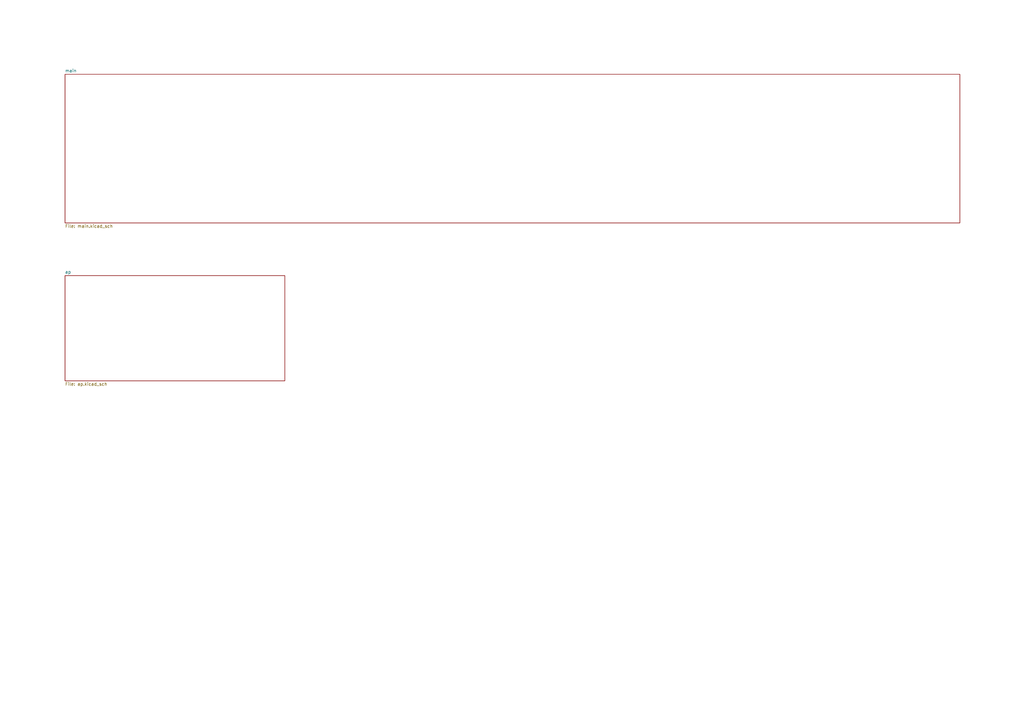
<source format=kicad_sch>
(kicad_sch
	(version 20231120)
	(generator "eeschema")
	(generator_version "8.0")
	(uuid "edfda3a5-48f3-494d-b8b7-17b5dc6cb08d")
	(paper "A3")
	(lib_symbols)
	(sheet
		(at 26.67 113.03)
		(size 90.17 43.18)
		(fields_autoplaced yes)
		(stroke
			(width 0.1524)
			(type solid)
		)
		(fill
			(color 0 0 0 0.0000)
		)
		(uuid "4c067cb0-c7fc-4a9d-897e-f207a21c8bf4")
		(property "Sheetname" "ap"
			(at 26.67 112.3184 0)
			(effects
				(font
					(size 1.27 1.27)
				)
				(justify left bottom)
			)
		)
		(property "Sheetfile" "ap.kicad_sch"
			(at 26.67 156.7946 0)
			(effects
				(font
					(size 1.27 1.27)
				)
				(justify left top)
			)
		)
		(instances
			(project "node"
				(path "/edfda3a5-48f3-494d-b8b7-17b5dc6cb08d"
					(page "3")
				)
			)
		)
	)
	(sheet
		(at 26.67 30.48)
		(size 367.03 60.96)
		(fields_autoplaced yes)
		(stroke
			(width 0.1524)
			(type solid)
		)
		(fill
			(color 0 0 0 0.0000)
		)
		(uuid "98b2ba42-50c5-4328-b2b6-bd204588fed3")
		(property "Sheetname" "main"
			(at 26.67 29.7684 0)
			(effects
				(font
					(size 1.27 1.27)
				)
				(justify left bottom)
			)
		)
		(property "Sheetfile" "main.kicad_sch"
			(at 26.67 92.0246 0)
			(effects
				(font
					(size 1.27 1.27)
				)
				(justify left top)
			)
		)
		(instances
			(project "node"
				(path "/edfda3a5-48f3-494d-b8b7-17b5dc6cb08d"
					(page "2")
				)
			)
		)
	)
	(sheet_instances
		(path "/"
			(page "1")
		)
	)
)

</source>
